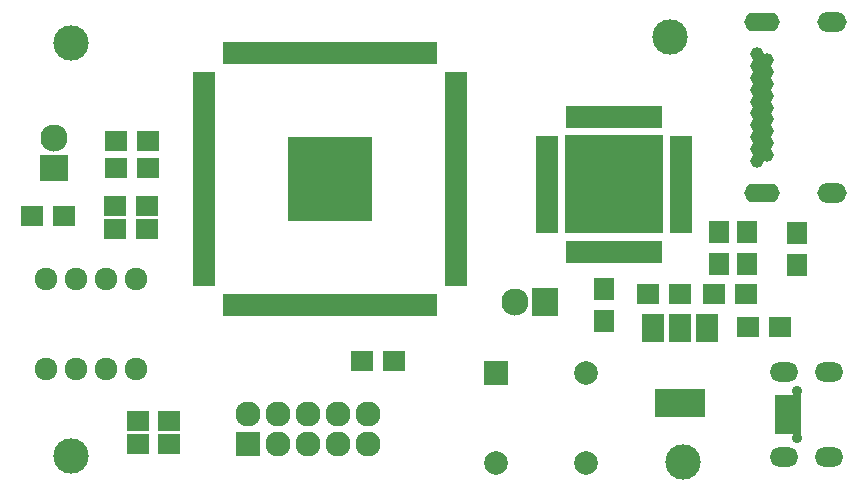
<source format=gts>
G04 #@! TF.GenerationSoftware,KiCad,Pcbnew,(5.1.6)-1*
G04 #@! TF.CreationDate,2020-11-05T21:16:00+01:00*
G04 #@! TF.ProjectId,lag_tester,6c61675f-7465-4737-9465-722e6b696361,rev?*
G04 #@! TF.SameCoordinates,Original*
G04 #@! TF.FileFunction,Soldermask,Top*
G04 #@! TF.FilePolarity,Negative*
%FSLAX46Y46*%
G04 Gerber Fmt 4.6, Leading zero omitted, Abs format (unit mm)*
G04 Created by KiCad (PCBNEW (5.1.6)-1) date 2020-11-05 21:16:00*
%MOMM*%
%LPD*%
G01*
G04 APERTURE LIST*
%ADD10O,0.900000X0.900000*%
%ADD11O,2.400000X1.650000*%
%ADD12R,2.250000X0.800000*%
%ADD13C,1.924000*%
%ADD14C,3.600000*%
%ADD15C,0.900000*%
%ADD16R,8.400000X8.400000*%
%ADD17R,1.900000X0.700000*%
%ADD18R,0.700000X1.900000*%
%ADD19C,1.150000*%
%ADD20O,3.000000X1.600000*%
%ADD21O,2.500000X1.700000*%
%ADD22R,1.900000X1.700000*%
%ADD23R,2.300000X2.400000*%
%ADD24C,2.300000*%
%ADD25R,2.400000X2.300000*%
%ADD26R,1.700000X1.900000*%
%ADD27R,4.200000X2.400000*%
%ADD28R,1.900000X2.400000*%
%ADD29R,7.100000X7.100000*%
%ADD30C,1.000000*%
%ADD31C,3.000000*%
%ADD32R,2.127200X2.127200*%
%ADD33O,2.127200X2.127200*%
%ADD34R,2.000000X2.000000*%
%ADD35C,2.000000*%
G04 APERTURE END LIST*
D10*
X134455000Y-108490000D03*
X134455000Y-112490000D03*
D11*
X137205000Y-106915000D03*
X137205000Y-114065000D03*
X133405000Y-106915000D03*
X133405000Y-114065000D03*
D12*
X133755000Y-109190000D03*
X133755000Y-109840000D03*
X133755000Y-110490000D03*
X133755000Y-111140000D03*
X133755000Y-111790000D03*
D13*
X78500000Y-99000000D03*
X75960000Y-99000000D03*
X73420000Y-99000000D03*
X70880000Y-99000000D03*
X70880000Y-106620000D03*
X73420000Y-106620000D03*
X75960000Y-106620000D03*
X78500000Y-106620000D03*
D14*
X119000000Y-91000000D03*
D15*
X116000000Y-88000000D03*
D16*
X119000000Y-91000000D03*
D17*
X113300000Y-94750000D03*
X113300000Y-94250000D03*
X113300000Y-93750000D03*
X113300000Y-93250000D03*
X113300000Y-92750000D03*
X113300000Y-92250000D03*
X113300000Y-91750000D03*
X113300000Y-91250000D03*
X113300000Y-90750000D03*
X113300000Y-90250000D03*
X113300000Y-89750000D03*
X113300000Y-89250000D03*
X113300000Y-88750000D03*
X113300000Y-88250000D03*
X113300000Y-87750000D03*
X113300000Y-87250000D03*
D18*
X115250000Y-85300000D03*
X115750000Y-85300000D03*
X116250000Y-85300000D03*
X116750000Y-85300000D03*
X117250000Y-85300000D03*
X117750000Y-85300000D03*
X118250000Y-85300000D03*
X118750000Y-85300000D03*
X119250000Y-85300000D03*
X119750000Y-85300000D03*
X120250000Y-85300000D03*
X120750000Y-85300000D03*
X121250000Y-85300000D03*
X121750000Y-85300000D03*
X122250000Y-85300000D03*
X122750000Y-85300000D03*
D17*
X124700000Y-87250000D03*
X124700000Y-87750000D03*
X124700000Y-88250000D03*
X124700000Y-88750000D03*
X124700000Y-89250000D03*
X124700000Y-89750000D03*
X124700000Y-90250000D03*
X124700000Y-90750000D03*
X124700000Y-91250000D03*
X124700000Y-91750000D03*
X124700000Y-92250000D03*
X124700000Y-92750000D03*
X124700000Y-93250000D03*
X124700000Y-93750000D03*
X124700000Y-94250000D03*
X124700000Y-94750000D03*
D18*
X122750000Y-96700000D03*
X122250000Y-96700000D03*
X121750000Y-96700000D03*
X121250000Y-96700000D03*
X120750000Y-96700000D03*
X120250000Y-96700000D03*
X119750000Y-96700000D03*
X119250000Y-96700000D03*
X118750000Y-96700000D03*
X118250000Y-96700000D03*
X117750000Y-96700000D03*
X117250000Y-96700000D03*
X116750000Y-96700000D03*
X116250000Y-96700000D03*
X115750000Y-96700000D03*
X115250000Y-96700000D03*
D15*
X117000000Y-88000000D03*
X118000000Y-88000000D03*
X119000000Y-88000000D03*
X120000000Y-88000000D03*
X121000000Y-88000000D03*
X122000000Y-88000000D03*
X122000000Y-89000000D03*
X122000000Y-90000000D03*
X122000000Y-91000000D03*
X122000000Y-92000000D03*
X122000000Y-93000000D03*
X122000000Y-94000000D03*
X121000000Y-94000000D03*
X121000000Y-93000000D03*
X121000000Y-92000000D03*
X121000000Y-91000000D03*
X121000000Y-90000000D03*
X121000000Y-89000000D03*
X120000000Y-89000000D03*
X119000000Y-89000000D03*
X118000000Y-89000000D03*
X117000000Y-89000000D03*
X116000000Y-89000000D03*
X116000000Y-90000000D03*
X116000000Y-91000000D03*
X116000000Y-92000000D03*
X116000000Y-93000000D03*
X116000000Y-94000000D03*
X117000000Y-94000000D03*
X118000000Y-94000000D03*
X119000000Y-94000000D03*
X120000000Y-94000000D03*
X120000000Y-93000000D03*
X119000000Y-93000000D03*
X118000000Y-93000000D03*
X117000000Y-93000000D03*
X117000000Y-92000000D03*
X117000000Y-91000000D03*
X117000000Y-90000000D03*
D19*
X131125000Y-80000000D03*
X131125000Y-81000000D03*
X131125000Y-82000000D03*
X131125000Y-83000000D03*
X131125000Y-84000000D03*
X131125000Y-85000000D03*
X131125000Y-86000000D03*
X131125000Y-87000000D03*
X131125000Y-88000000D03*
X131125000Y-89000000D03*
X131925000Y-80500000D03*
X131925000Y-81500000D03*
X131925000Y-82500000D03*
X131925000Y-83500000D03*
X131925000Y-84500000D03*
X131925000Y-85500000D03*
X131925000Y-86500000D03*
X131925000Y-87500000D03*
X131925000Y-88500000D03*
D20*
X131525000Y-77250000D03*
X131525000Y-91750000D03*
D21*
X137465000Y-77250000D03*
X137465000Y-91750000D03*
D22*
X76750000Y-94800000D03*
X79450000Y-94800000D03*
X79450000Y-92800000D03*
X76750000Y-92800000D03*
X79500000Y-87300000D03*
X76800000Y-87300000D03*
X76800000Y-89600000D03*
X79500000Y-89600000D03*
X100350000Y-106000000D03*
X97650000Y-106000000D03*
X72400000Y-93675000D03*
X69700000Y-93675000D03*
D23*
X113137600Y-100975308D03*
D24*
X110597600Y-100975308D03*
D25*
X71600000Y-89625000D03*
D24*
X71600000Y-87085000D03*
D22*
X133020000Y-103120000D03*
X130320000Y-103120000D03*
X130190000Y-100280000D03*
X127490000Y-100280000D03*
D26*
X134450000Y-97800000D03*
X134450000Y-95100000D03*
X130220000Y-95040000D03*
X130220000Y-97740000D03*
X127880000Y-97770000D03*
X127880000Y-95070000D03*
X118160000Y-102550000D03*
X118160000Y-99850000D03*
D22*
X124590000Y-100300000D03*
X121890000Y-100300000D03*
D27*
X124592782Y-109499344D03*
D28*
X124592782Y-103199344D03*
X122292782Y-103199344D03*
X126892782Y-103199344D03*
D18*
X86200000Y-101250000D03*
X86700000Y-101250000D03*
X87200000Y-101250000D03*
X87700000Y-101250000D03*
X88200000Y-101250000D03*
X88700000Y-101250000D03*
X89200000Y-101250000D03*
X89700000Y-101250000D03*
X90200000Y-101250000D03*
X90700000Y-101250000D03*
X91200000Y-101250000D03*
X91700000Y-101250000D03*
X92200000Y-101250000D03*
X92700000Y-101250000D03*
X93200000Y-101250000D03*
X93700000Y-101250000D03*
X94200000Y-101250000D03*
X94700000Y-101250000D03*
X95200000Y-101250000D03*
X95700000Y-101250000D03*
X96200000Y-101250000D03*
X96700000Y-101250000D03*
X97200000Y-101250000D03*
X97700000Y-101250000D03*
X98200000Y-101250000D03*
X98700000Y-101250000D03*
X99200000Y-101250000D03*
X99700000Y-101250000D03*
X100200000Y-101250000D03*
X100700000Y-101250000D03*
X101200000Y-101250000D03*
X101700000Y-101250000D03*
X102200000Y-101250000D03*
X102700000Y-101250000D03*
X103200000Y-101250000D03*
X103700000Y-101250000D03*
D17*
X105650000Y-99300000D03*
X105650000Y-98800000D03*
X105650000Y-98300000D03*
X105650000Y-97800000D03*
X105650000Y-97300000D03*
X105650000Y-96800000D03*
X105650000Y-96300000D03*
X105650000Y-95800000D03*
X105650000Y-95300000D03*
X105650000Y-94800000D03*
X105650000Y-94300000D03*
X105650000Y-93800000D03*
X105650000Y-93300000D03*
X105650000Y-92800000D03*
X105650000Y-92300000D03*
X105650000Y-91800000D03*
X105650000Y-91300000D03*
X105650000Y-90800000D03*
X105650000Y-90300000D03*
X105650000Y-89800000D03*
X105650000Y-89300000D03*
X105650000Y-88800000D03*
X105650000Y-88300000D03*
X105650000Y-87800000D03*
X105650000Y-87300000D03*
X105650000Y-86800000D03*
X105650000Y-86300000D03*
X105650000Y-85800000D03*
X105650000Y-85300000D03*
X105650000Y-84800000D03*
X105650000Y-84300000D03*
X105650000Y-83800000D03*
X105650000Y-83300000D03*
X105650000Y-82800000D03*
X105650000Y-82300000D03*
X105650000Y-81800000D03*
D18*
X103700000Y-79850000D03*
X103200000Y-79850000D03*
X102700000Y-79850000D03*
X102200000Y-79850000D03*
X101700000Y-79850000D03*
X101200000Y-79850000D03*
X100700000Y-79850000D03*
X100200000Y-79850000D03*
X99700000Y-79850000D03*
X99200000Y-79850000D03*
X98700000Y-79850000D03*
X98200000Y-79850000D03*
X97700000Y-79850000D03*
X97200000Y-79850000D03*
X96700000Y-79850000D03*
X96200000Y-79850000D03*
X95700000Y-79850000D03*
X95200000Y-79850000D03*
X94700000Y-79850000D03*
X94200000Y-79850000D03*
X93700000Y-79850000D03*
X93200000Y-79850000D03*
X92700000Y-79850000D03*
X92200000Y-79850000D03*
X91700000Y-79850000D03*
X91200000Y-79850000D03*
X90700000Y-79850000D03*
X90200000Y-79850000D03*
X89700000Y-79850000D03*
X89200000Y-79850000D03*
X88700000Y-79850000D03*
X88200000Y-79850000D03*
X87700000Y-79850000D03*
X87200000Y-79850000D03*
X86700000Y-79850000D03*
X86200000Y-79850000D03*
D17*
X84250000Y-81800000D03*
X84250000Y-82300000D03*
X84250000Y-82800000D03*
X84250000Y-83300000D03*
X84250000Y-83800000D03*
X84250000Y-84300000D03*
X84250000Y-84800000D03*
X84250000Y-85300000D03*
X84250000Y-85800000D03*
X84250000Y-86300000D03*
X84250000Y-86800000D03*
X84250000Y-87300000D03*
X84250000Y-87800000D03*
X84250000Y-88300000D03*
X84250000Y-88800000D03*
X84250000Y-89300000D03*
X84250000Y-89800000D03*
X84250000Y-90300000D03*
X84250000Y-90800000D03*
X84250000Y-91300000D03*
X84250000Y-91800000D03*
X84250000Y-92300000D03*
X84250000Y-92800000D03*
X84250000Y-93300000D03*
X84250000Y-93800000D03*
X84250000Y-94300000D03*
X84250000Y-94800000D03*
X84250000Y-95300000D03*
X84250000Y-95800000D03*
X84250000Y-96300000D03*
X84250000Y-96800000D03*
X84250000Y-97300000D03*
X84250000Y-97800000D03*
X84250000Y-98300000D03*
X84250000Y-98800000D03*
X84250000Y-99300000D03*
D29*
X94950000Y-90550000D03*
D30*
X92950000Y-93550000D03*
X96950000Y-91550000D03*
X93950000Y-92550000D03*
X91950000Y-93550000D03*
X91950000Y-92550000D03*
X92950000Y-92550000D03*
X94950000Y-92550000D03*
X96950000Y-92550000D03*
X95950000Y-92550000D03*
X97950000Y-91550000D03*
X97950000Y-92550000D03*
X97950000Y-93550000D03*
X96950000Y-93550000D03*
X95950000Y-93550000D03*
X94950000Y-93550000D03*
X93950000Y-93550000D03*
X92950000Y-91550000D03*
X91950000Y-91550000D03*
X91950000Y-90550000D03*
X92950000Y-90550000D03*
D14*
X94950000Y-90550000D03*
D30*
X96950000Y-90550000D03*
X97950000Y-90550000D03*
X97950000Y-89550000D03*
X96950000Y-89550000D03*
X92950000Y-89550000D03*
X91950000Y-89550000D03*
X91950000Y-88550000D03*
X91950000Y-87550000D03*
X92950000Y-87550000D03*
X93950000Y-87550000D03*
X94950000Y-87550000D03*
X95950000Y-87550000D03*
X96950000Y-87550000D03*
X97950000Y-87550000D03*
X97950000Y-88550000D03*
X96950000Y-88550000D03*
X95950000Y-88550000D03*
X94950000Y-88550000D03*
X93950000Y-88550000D03*
X92950000Y-88550000D03*
D31*
X123750000Y-78525000D03*
D22*
X81350000Y-113000000D03*
X78650000Y-113000000D03*
X81350000Y-111000000D03*
X78650000Y-111000000D03*
D32*
X88000000Y-113000000D03*
D33*
X88000000Y-110460000D03*
X90540000Y-113000000D03*
X90540000Y-110460000D03*
X93080000Y-113000000D03*
X93080000Y-110460000D03*
X95620000Y-113000000D03*
X95620000Y-110460000D03*
X98160000Y-113000000D03*
X98160000Y-110460000D03*
D34*
X109000000Y-107000000D03*
D35*
X116620000Y-107000000D03*
X116620000Y-114620000D03*
X109000000Y-114620000D03*
D31*
X124850000Y-114475000D03*
X73000000Y-79000000D03*
X73000000Y-114000000D03*
M02*

</source>
